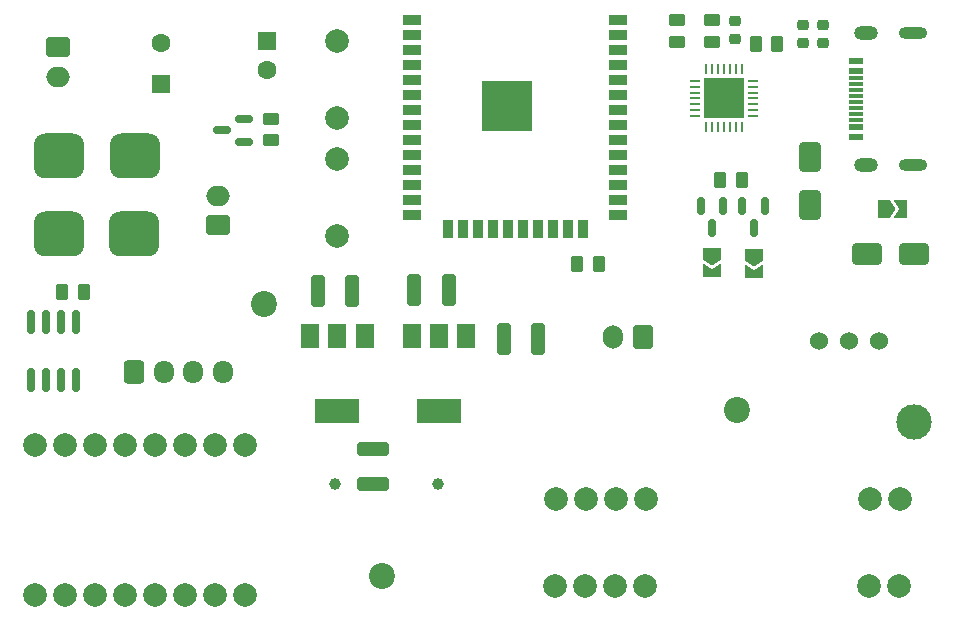
<source format=gbr>
%TF.GenerationSoftware,KiCad,Pcbnew,7.0.8-7.0.8~ubuntu22.04.1*%
%TF.CreationDate,2023-11-01T15:39:22+03:00*%
%TF.ProjectId,main-module,6d61696e-2d6d-46f6-9475-6c652e6b6963,rev?*%
%TF.SameCoordinates,Original*%
%TF.FileFunction,Soldermask,Top*%
%TF.FilePolarity,Negative*%
%FSLAX46Y46*%
G04 Gerber Fmt 4.6, Leading zero omitted, Abs format (unit mm)*
G04 Created by KiCad (PCBNEW 7.0.8-7.0.8~ubuntu22.04.1) date 2023-11-01 15:39:22*
%MOMM*%
%LPD*%
G01*
G04 APERTURE LIST*
G04 Aperture macros list*
%AMRoundRect*
0 Rectangle with rounded corners*
0 $1 Rounding radius*
0 $2 $3 $4 $5 $6 $7 $8 $9 X,Y pos of 4 corners*
0 Add a 4 corners polygon primitive as box body*
4,1,4,$2,$3,$4,$5,$6,$7,$8,$9,$2,$3,0*
0 Add four circle primitives for the rounded corners*
1,1,$1+$1,$2,$3*
1,1,$1+$1,$4,$5*
1,1,$1+$1,$6,$7*
1,1,$1+$1,$8,$9*
0 Add four rect primitives between the rounded corners*
20,1,$1+$1,$2,$3,$4,$5,0*
20,1,$1+$1,$4,$5,$6,$7,0*
20,1,$1+$1,$6,$7,$8,$9,0*
20,1,$1+$1,$8,$9,$2,$3,0*%
%AMFreePoly0*
4,1,6,1.000000,0.000000,0.500000,-0.750000,-0.500000,-0.750000,-0.500000,0.750000,0.500000,0.750000,1.000000,0.000000,1.000000,0.000000,$1*%
%AMFreePoly1*
4,1,6,0.500000,-0.750000,-0.650000,-0.750000,-0.150000,0.000000,-0.650000,0.750000,0.500000,0.750000,0.500000,-0.750000,0.500000,-0.750000,$1*%
G04 Aperture macros list end*
%ADD10RoundRect,0.250000X0.450000X-0.262500X0.450000X0.262500X-0.450000X0.262500X-0.450000X-0.262500X0*%
%ADD11RoundRect,0.250000X1.100000X-0.325000X1.100000X0.325000X-1.100000X0.325000X-1.100000X-0.325000X0*%
%ADD12C,2.000000*%
%ADD13R,1.500000X2.000000*%
%ADD14R,3.800000X2.000000*%
%ADD15RoundRect,0.250000X-0.262500X-0.450000X0.262500X-0.450000X0.262500X0.450000X-0.262500X0.450000X0*%
%ADD16RoundRect,0.250000X-0.750000X0.600000X-0.750000X-0.600000X0.750000X-0.600000X0.750000X0.600000X0*%
%ADD17O,2.000000X1.700000*%
%ADD18RoundRect,0.250000X0.262500X0.450000X-0.262500X0.450000X-0.262500X-0.450000X0.262500X-0.450000X0*%
%ADD19RoundRect,0.250000X0.325000X1.100000X-0.325000X1.100000X-0.325000X-1.100000X0.325000X-1.100000X0*%
%ADD20FreePoly0,0.000000*%
%ADD21FreePoly1,0.000000*%
%ADD22C,1.524000*%
%ADD23RoundRect,0.250000X-1.000000X-0.650000X1.000000X-0.650000X1.000000X0.650000X-1.000000X0.650000X0*%
%ADD24R,1.160000X0.600000*%
%ADD25R,1.160000X0.300000*%
%ADD26O,2.000000X1.200000*%
%ADD27O,2.400000X1.000000*%
%ADD28RoundRect,0.250000X-0.600000X-0.725000X0.600000X-0.725000X0.600000X0.725000X-0.600000X0.725000X0*%
%ADD29O,1.700000X1.950000*%
%ADD30C,2.200000*%
%ADD31FreePoly0,270.000000*%
%ADD32FreePoly1,270.000000*%
%ADD33R,1.600000X1.600000*%
%ADD34C,1.600000*%
%ADD35RoundRect,0.225000X0.250000X-0.225000X0.250000X0.225000X-0.250000X0.225000X-0.250000X-0.225000X0*%
%ADD36RoundRect,0.150000X-0.150000X0.587500X-0.150000X-0.587500X0.150000X-0.587500X0.150000X0.587500X0*%
%ADD37RoundRect,0.250000X0.750000X-0.600000X0.750000X0.600000X-0.750000X0.600000X-0.750000X-0.600000X0*%
%ADD38RoundRect,0.062500X0.337500X0.062500X-0.337500X0.062500X-0.337500X-0.062500X0.337500X-0.062500X0*%
%ADD39RoundRect,0.062500X0.062500X0.337500X-0.062500X0.337500X-0.062500X-0.337500X0.062500X-0.337500X0*%
%ADD40R,3.350000X3.350000*%
%ADD41RoundRect,0.952500X-1.167500X-0.952500X1.167500X-0.952500X1.167500X0.952500X-1.167500X0.952500X0*%
%ADD42RoundRect,0.952500X1.167500X0.952500X-1.167500X0.952500X-1.167500X-0.952500X1.167500X-0.952500X0*%
%ADD43RoundRect,0.250000X-0.325000X-1.100000X0.325000X-1.100000X0.325000X1.100000X-0.325000X1.100000X0*%
%ADD44C,3.000000*%
%ADD45C,1.000000*%
%ADD46RoundRect,0.150000X-0.150000X0.825000X-0.150000X-0.825000X0.150000X-0.825000X0.150000X0.825000X0*%
%ADD47RoundRect,0.250000X0.650000X-1.000000X0.650000X1.000000X-0.650000X1.000000X-0.650000X-1.000000X0*%
%ADD48RoundRect,0.150000X0.587500X0.150000X-0.587500X0.150000X-0.587500X-0.150000X0.587500X-0.150000X0*%
%ADD49RoundRect,0.250000X0.600000X0.750000X-0.600000X0.750000X-0.600000X-0.750000X0.600000X-0.750000X0*%
%ADD50O,1.700000X2.000000*%
%ADD51R,1.500000X0.900000*%
%ADD52R,0.900000X1.500000*%
%ADD53C,0.600000*%
%ADD54R,4.200000X4.200000*%
G04 APERTURE END LIST*
D10*
%TO.C,R5*%
X98935000Y-44812500D03*
X98935000Y-42987500D03*
%TD*%
D11*
%TO.C,C11*%
X73250000Y-82225000D03*
X73250000Y-79275000D03*
%TD*%
D12*
%TO.C,U13*%
X44560000Y-91675000D03*
X47100000Y-91675000D03*
X49640000Y-91675000D03*
X52180000Y-91675000D03*
X54720000Y-91675000D03*
X57260000Y-91675000D03*
X59800000Y-91675000D03*
X62340000Y-91675000D03*
X44560000Y-78975000D03*
X47100000Y-78975000D03*
X49640000Y-78975000D03*
X52180000Y-78975000D03*
X54720000Y-78975000D03*
X57260000Y-78975000D03*
X59800000Y-78975000D03*
X62340000Y-78975000D03*
%TD*%
D13*
%TO.C,U3*%
X72500000Y-69750000D03*
X70200000Y-69750000D03*
D14*
X70200000Y-76050000D03*
D13*
X67900000Y-69750000D03*
%TD*%
D15*
%TO.C,R4*%
X46887500Y-66000000D03*
X48712500Y-66000000D03*
%TD*%
D16*
%TO.C,J1*%
X46560000Y-45250000D03*
D17*
X46560000Y-47750000D03*
%TD*%
D18*
%TO.C,R1*%
X107447500Y-45000000D03*
X105622500Y-45000000D03*
%TD*%
D15*
%TO.C,R18*%
X90487500Y-63600000D03*
X92312500Y-63600000D03*
%TD*%
D19*
%TO.C,C9*%
X71475000Y-65900000D03*
X68525000Y-65900000D03*
%TD*%
D20*
%TO.C,JP1*%
X116475000Y-59000000D03*
D21*
X117925000Y-59000000D03*
%TD*%
D10*
%TO.C,R9*%
X64572500Y-53162500D03*
X64572500Y-51337500D03*
%TD*%
D22*
%TO.C,U7*%
X110995000Y-70100000D03*
X113535000Y-70100000D03*
X116075000Y-70100000D03*
%TD*%
D23*
%TO.C,D2*%
X115000000Y-62750000D03*
X119000000Y-62750000D03*
%TD*%
D24*
%TO.C,J2*%
X114090000Y-52850000D03*
X114090000Y-52050000D03*
D25*
X114090000Y-50900000D03*
X114090000Y-49900000D03*
X114090000Y-49400000D03*
X114090000Y-48400000D03*
D24*
X114090000Y-47250000D03*
X114090000Y-46450000D03*
X114090000Y-46450000D03*
X114090000Y-47250000D03*
D25*
X114090000Y-47900000D03*
X114090000Y-48900000D03*
X114090000Y-50400000D03*
X114090000Y-51400000D03*
D24*
X114090000Y-52050000D03*
X114090000Y-52850000D03*
D26*
X114975000Y-55250000D03*
D27*
X118900000Y-55250000D03*
D26*
X114975000Y-44050000D03*
D27*
X118900000Y-44050000D03*
%TD*%
D28*
%TO.C,J6*%
X53000000Y-72800000D03*
D29*
X55500000Y-72800000D03*
X58000000Y-72800000D03*
X60500000Y-72800000D03*
%TD*%
D12*
%TO.C,SW1*%
X70135000Y-51275000D03*
X70135000Y-44775000D03*
%TD*%
D19*
%TO.C,C10*%
X79675000Y-65850000D03*
X76725000Y-65850000D03*
%TD*%
D30*
%TO.C,H3*%
X74000000Y-90000000D03*
%TD*%
D18*
%TO.C,R7*%
X104462500Y-56500000D03*
X102637500Y-56500000D03*
%TD*%
D31*
%TO.C,JP3*%
X101900000Y-62775000D03*
D32*
X101900000Y-64225000D03*
%TD*%
D33*
%TO.C,C17*%
X64235000Y-44700000D03*
D34*
X64235000Y-47200000D03*
%TD*%
D31*
%TO.C,JP2*%
X105500000Y-62875000D03*
D32*
X105500000Y-64325000D03*
%TD*%
D30*
%TO.C,H2*%
X64000000Y-67000000D03*
%TD*%
D35*
%TO.C,C3*%
X103835000Y-44575000D03*
X103835000Y-43025000D03*
%TD*%
D33*
%TO.C,C4*%
X55235000Y-48400000D03*
D34*
X55235000Y-44900000D03*
%TD*%
D36*
%TO.C,Q4*%
X102850000Y-58700000D03*
X100950000Y-58700000D03*
X101900000Y-60575000D03*
%TD*%
D37*
%TO.C,J3*%
X60110000Y-60350000D03*
D17*
X60110000Y-57850000D03*
%TD*%
D38*
%TO.C,U1*%
X105385000Y-51100000D03*
X105385000Y-50600000D03*
X105385000Y-50100000D03*
X105385000Y-49600000D03*
X105385000Y-49100000D03*
X105385000Y-48600000D03*
X105385000Y-48100000D03*
D39*
X104435000Y-47150000D03*
X103935000Y-47150000D03*
X103435000Y-47150000D03*
X102935000Y-47150000D03*
X102435000Y-47150000D03*
X101935000Y-47150000D03*
X101435000Y-47150000D03*
D38*
X100485000Y-48100000D03*
X100485000Y-48600000D03*
X100485000Y-49100000D03*
X100485000Y-49600000D03*
X100485000Y-50100000D03*
X100485000Y-50600000D03*
X100485000Y-51100000D03*
D39*
X101435000Y-52050000D03*
X101935000Y-52050000D03*
X102435000Y-52050000D03*
X102935000Y-52050000D03*
X103435000Y-52050000D03*
X103935000Y-52050000D03*
X104435000Y-52050000D03*
D40*
X102935000Y-49600000D03*
%TD*%
D41*
%TO.C,F2*%
X46610000Y-61100000D03*
X53020000Y-61100000D03*
%TD*%
D12*
%TO.C,U6*%
X117800000Y-83500000D03*
X115260000Y-83500000D03*
X96300000Y-83500000D03*
X93760000Y-83500000D03*
X91220000Y-83500000D03*
X88680000Y-83500000D03*
%TD*%
D42*
%TO.C,F1*%
X53060000Y-54500000D03*
X46650000Y-54500000D03*
%TD*%
D43*
%TO.C,C12*%
X84275000Y-70000000D03*
X87225000Y-70000000D03*
%TD*%
D12*
%TO.C,SW2*%
X70135000Y-54750000D03*
X70135000Y-61250000D03*
%TD*%
D44*
%TO.C,TP1*%
X119000000Y-77000000D03*
%TD*%
D12*
%TO.C,U10*%
X117735000Y-90900000D03*
X115195000Y-90900000D03*
X96235000Y-90900000D03*
X93695000Y-90900000D03*
X91155000Y-90900000D03*
X88615000Y-90900000D03*
%TD*%
D35*
%TO.C,C5*%
X109600000Y-44925000D03*
X109600000Y-43375000D03*
%TD*%
D45*
%TO.C,TP2*%
X70000000Y-82250000D03*
%TD*%
D46*
%TO.C,Q2*%
X48105000Y-68525000D03*
X46835000Y-68525000D03*
X45565000Y-68525000D03*
X44295000Y-68525000D03*
X44295000Y-73475000D03*
X45565000Y-73475000D03*
X46835000Y-73475000D03*
X48105000Y-73475000D03*
%TD*%
D35*
%TO.C,C6*%
X111300000Y-44925000D03*
X111300000Y-43375000D03*
%TD*%
D47*
%TO.C,D1*%
X110200000Y-58600000D03*
X110200000Y-54600000D03*
%TD*%
D13*
%TO.C,U4*%
X81100000Y-69750000D03*
X78800000Y-69750000D03*
D14*
X78800000Y-76050000D03*
D13*
X76500000Y-69750000D03*
%TD*%
D45*
%TO.C,TP3*%
X78750000Y-82250000D03*
%TD*%
D48*
%TO.C,Q6*%
X62272500Y-53250000D03*
X62272500Y-51350000D03*
X60397500Y-52300000D03*
%TD*%
D49*
%TO.C,J5*%
X96050000Y-69800000D03*
D50*
X93550000Y-69800000D03*
%TD*%
D51*
%TO.C,U8*%
X76492500Y-42935000D03*
X76492500Y-44205000D03*
X76492500Y-45475000D03*
X76492500Y-46745000D03*
X76492500Y-48015000D03*
X76492500Y-49285000D03*
X76492500Y-50555000D03*
X76492500Y-51825000D03*
X76492500Y-53095000D03*
X76492500Y-54365000D03*
X76492500Y-55635000D03*
X76492500Y-56905000D03*
X76492500Y-58175000D03*
X76492500Y-59445000D03*
D52*
X79532500Y-60695000D03*
X80802500Y-60695000D03*
X82072500Y-60695000D03*
X83342500Y-60695000D03*
X84612500Y-60695000D03*
X85882500Y-60695000D03*
X87152500Y-60695000D03*
X88422500Y-60695000D03*
X89692500Y-60695000D03*
X90962500Y-60695000D03*
D51*
X93992500Y-59445000D03*
X93992500Y-58175000D03*
X93992500Y-56905000D03*
X93992500Y-55635000D03*
X93992500Y-54365000D03*
X93992500Y-53095000D03*
X93992500Y-51825000D03*
X93992500Y-50555000D03*
X93992500Y-49285000D03*
X93992500Y-48015000D03*
X93992500Y-46745000D03*
X93992500Y-45475000D03*
X93992500Y-44205000D03*
X93992500Y-42935000D03*
D53*
X83037500Y-49512500D03*
X83037500Y-51037500D03*
X83800000Y-48750000D03*
X83800000Y-50275000D03*
X83800000Y-51800000D03*
X84562500Y-49512500D03*
D54*
X84562500Y-50275000D03*
D53*
X84562500Y-51037500D03*
X85325000Y-48750000D03*
X85325000Y-50275000D03*
X85325000Y-51800000D03*
X86087500Y-49512500D03*
X86087500Y-51037500D03*
%TD*%
D36*
%TO.C,Q3*%
X106400000Y-58700000D03*
X104500000Y-58700000D03*
X105450000Y-60575000D03*
%TD*%
D10*
%TO.C,R2*%
X101935000Y-44812500D03*
X101935000Y-42987500D03*
%TD*%
D30*
%TO.C,H4*%
X104000000Y-76000000D03*
%TD*%
M02*

</source>
